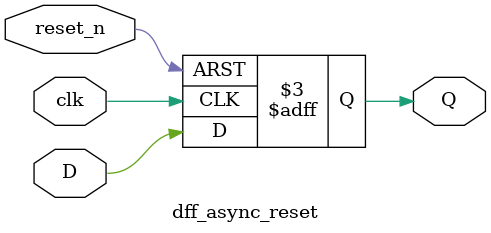
<source format=v>
`timescale 1ns / 1ps


module dff_async_reset(
    input clk,
    input D,
    input reset_n,
    output reg Q
    );
    
    always @(posedge clk or negedge reset_n)
        if (!reset_n)
            Q <= 'b0;
        else
            Q <= D;
    
endmodule

</source>
